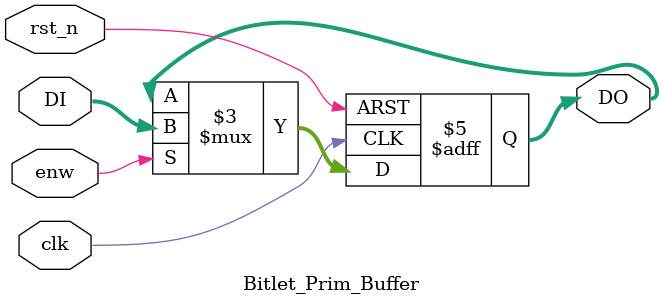
<source format=v>
/*
 * Project:     Bitlet PE
 * Module:      Bitlet_Prim_BufferArray
 * Discription: Buffer array model used in Bitlet PE.
 * Dependency:  Bitlet_Prime_Decoder.v
 * 
 * Author:      ZHU Zi-Xuan (UESTC), 2021.02
 */

`timescale 1ns / 1ps

module Bitlet_Prim_BufferArray
#(
    parameter   N   = 4,                // number of data
    parameter   W   = 16                // width of data
)
(
    input                   clk,
    input                   rst_n,
    input                   enw,        // active high, 1 cycle
    input   [$clog2(N)-1:0] sel,
    input   [1*W-1:0]       DI,
    output  [N*W-1:0]       DO
);

wire    [N-1:0]     sel_dec;
wire    [N-1:0]     enw_dec;

Bitlet_Prim_Decoder_Decimal_to_Onehot #(.W(N)) UDECODER
(
    .DI(sel),
    .DO(sel_dec)
);

generate
    genvar g;
    for (g=0; g<N; g=g+1)
    begin
        assign  enw_dec[g]  = enw&sel_dec[g];
    end
    for (g=0; g<N; g=g+1)
    begin
        Bitlet_Prim_Buffer #(.W(W)) UBUFFER
        (
            .clk(clk),
            .rst_n(rst_n),
            .enw(enw_dec[g]),
            .DI(DI),
            .DO(DO[(g*W)+:W])
        );
    end
endgenerate

endmodule

module Bitlet_Prim_Buffer
#(
    parameter   W = 16                  // width of data
)
(
    input               clk,
    input               rst_n,
    input               enw,            // active high, 1 cycle
    input       [W-1:0] DI,
    output reg  [W-1:0] DO
);

always @(posedge clk or negedge rst_n)
begin
    if (!rst_n)
        DO  <= 'b0;
    else if (enw)
        DO  <= DI;
end

endmodule

</source>
